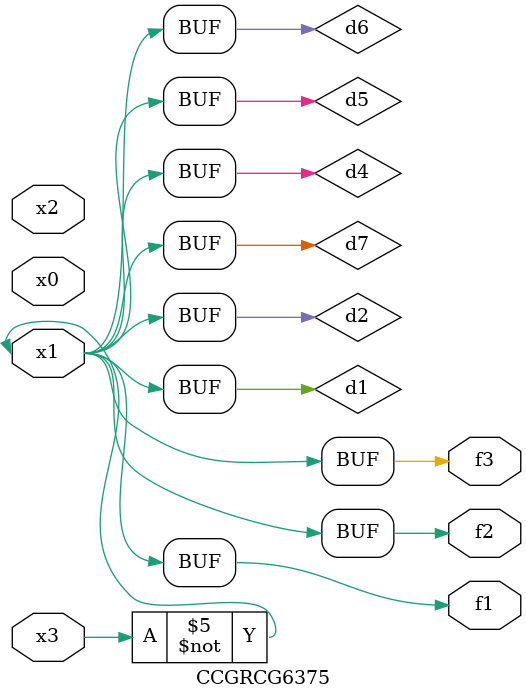
<source format=v>
module CCGRCG6375(
	input x0, x1, x2, x3,
	output f1, f2, f3
);

	wire d1, d2, d3, d4, d5, d6, d7;

	not (d1, x3);
	buf (d2, x1);
	xnor (d3, d1, d2);
	nor (d4, d1);
	buf (d5, d1, d2);
	buf (d6, d4, d5);
	nand (d7, d4);
	assign f1 = d6;
	assign f2 = d7;
	assign f3 = d6;
endmodule

</source>
